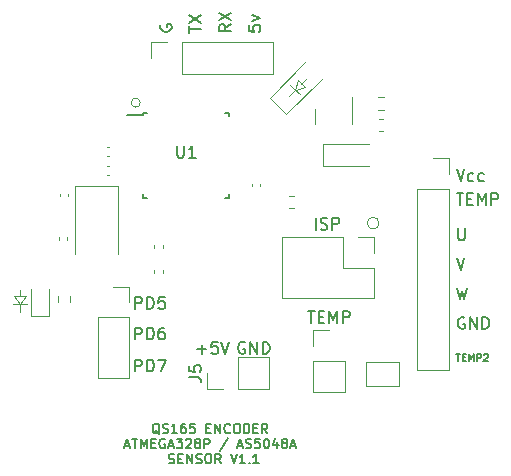
<source format=gbr>
%TF.GenerationSoftware,KiCad,Pcbnew,(6.0.7-1)-1*%
%TF.CreationDate,2022-12-23T14:46:04-05:00*%
%TF.ProjectId,atmega328,61746d65-6761-4333-9238-2e6b69636164,rev?*%
%TF.SameCoordinates,Original*%
%TF.FileFunction,Legend,Top*%
%TF.FilePolarity,Positive*%
%FSLAX46Y46*%
G04 Gerber Fmt 4.6, Leading zero omitted, Abs format (unit mm)*
G04 Created by KiCad (PCBNEW (6.0.7-1)-1) date 2022-12-23 14:46:04*
%MOMM*%
%LPD*%
G01*
G04 APERTURE LIST*
%ADD10C,0.120000*%
%ADD11C,0.150000*%
%ADD12C,0.200000*%
G04 APERTURE END LIST*
D10*
X128600000Y-107850000D02*
X129100000Y-107150000D01*
X152000000Y-89700000D02*
X152700000Y-89500000D01*
X151400000Y-90200000D02*
X151900000Y-89700000D01*
X128600000Y-107150000D02*
X128600000Y-106650000D01*
X152400000Y-89200000D02*
X152900000Y-88700000D01*
X128100000Y-107150000D02*
X128600000Y-107850000D01*
X159000000Y-101000000D02*
G75*
G03*
X159000000Y-101000000I-500000J0D01*
G01*
X151900000Y-89700000D02*
X152100000Y-88900000D01*
X128600000Y-106650000D02*
X128600000Y-107150000D01*
X152100000Y-88900000D02*
X152700000Y-89500000D01*
X151900000Y-89700000D02*
X151500000Y-89300000D01*
X128100000Y-107150000D02*
X129100000Y-107150000D01*
X128600000Y-108550000D02*
X128600000Y-107850000D01*
X152300000Y-90100000D02*
X151900000Y-89700000D01*
X129200000Y-107850000D02*
X128600000Y-107850000D01*
X138780000Y-90800000D02*
G75*
G03*
X138780000Y-90800000I-380000J0D01*
G01*
X128000000Y-107850000D02*
X129200000Y-107850000D01*
D11*
X142952380Y-84880951D02*
X142952380Y-84309523D01*
X143952380Y-84595237D02*
X142952380Y-84595237D01*
X142952380Y-84071427D02*
X143952380Y-83404761D01*
X142952380Y-83404761D02*
X143952380Y-84071427D01*
X165566667Y-98452380D02*
X166138095Y-98452380D01*
X165852381Y-99452380D02*
X165852381Y-98452380D01*
X166471429Y-98928571D02*
X166804762Y-98928571D01*
X166947619Y-99452380D02*
X166471429Y-99452380D01*
X166471429Y-98452380D01*
X166947619Y-98452380D01*
X167376191Y-99452380D02*
X167376191Y-98452380D01*
X167709524Y-99166666D01*
X168042857Y-98452380D01*
X168042857Y-99452380D01*
X168519048Y-99452380D02*
X168519048Y-98452380D01*
X168900000Y-98452380D01*
X168995238Y-98500000D01*
X169042857Y-98547619D01*
X169090476Y-98642857D01*
X169090476Y-98785714D01*
X169042857Y-98880952D01*
X168995238Y-98928571D01*
X168900000Y-98976190D01*
X168519048Y-98976190D01*
X153623809Y-101552380D02*
X153623809Y-100552380D01*
X154052380Y-101504761D02*
X154195238Y-101552380D01*
X154433333Y-101552380D01*
X154528571Y-101504761D01*
X154576190Y-101457142D01*
X154623809Y-101361904D01*
X154623809Y-101266666D01*
X154576190Y-101171428D01*
X154528571Y-101123809D01*
X154433333Y-101076190D01*
X154242857Y-101028571D01*
X154147619Y-100980952D01*
X154100000Y-100933333D01*
X154052380Y-100838095D01*
X154052380Y-100742857D01*
X154100000Y-100647619D01*
X154147619Y-100600000D01*
X154242857Y-100552380D01*
X154480952Y-100552380D01*
X154623809Y-100600000D01*
X155052380Y-101552380D02*
X155052380Y-100552380D01*
X155433333Y-100552380D01*
X155528571Y-100600000D01*
X155576190Y-100647619D01*
X155623809Y-100742857D01*
X155623809Y-100885714D01*
X155576190Y-100980952D01*
X155528571Y-101028571D01*
X155433333Y-101076190D01*
X155052380Y-101076190D01*
X165614285Y-106452380D02*
X165852380Y-107452380D01*
X166042857Y-106738095D01*
X166233333Y-107452380D01*
X166471428Y-106452380D01*
X152990476Y-108452380D02*
X153561904Y-108452380D01*
X153276190Y-109452380D02*
X153276190Y-108452380D01*
X153895238Y-108928571D02*
X154228571Y-108928571D01*
X154371428Y-109452380D02*
X153895238Y-109452380D01*
X153895238Y-108452380D01*
X154371428Y-108452380D01*
X154800000Y-109452380D02*
X154800000Y-108452380D01*
X155133333Y-109166666D01*
X155466666Y-108452380D01*
X155466666Y-109452380D01*
X155942857Y-109452380D02*
X155942857Y-108452380D01*
X156323809Y-108452380D01*
X156419047Y-108500000D01*
X156466666Y-108547619D01*
X156514285Y-108642857D01*
X156514285Y-108785714D01*
X156466666Y-108880952D01*
X156419047Y-108928571D01*
X156323809Y-108976190D01*
X155942857Y-108976190D01*
X165709523Y-101452380D02*
X165709523Y-102261904D01*
X165757142Y-102357142D01*
X165804761Y-102404761D01*
X165899999Y-102452380D01*
X166090476Y-102452380D01*
X166185714Y-102404761D01*
X166233333Y-102357142D01*
X166280952Y-102261904D01*
X166280952Y-101452380D01*
X165528571Y-112071428D02*
X165871428Y-112071428D01*
X165700000Y-112671428D02*
X165700000Y-112071428D01*
X166071428Y-112357142D02*
X166271428Y-112357142D01*
X166357142Y-112671428D02*
X166071428Y-112671428D01*
X166071428Y-112071428D01*
X166357142Y-112071428D01*
X166614285Y-112671428D02*
X166614285Y-112071428D01*
X166814285Y-112500000D01*
X167014285Y-112071428D01*
X167014285Y-112671428D01*
X167300000Y-112671428D02*
X167300000Y-112071428D01*
X167528571Y-112071428D01*
X167585714Y-112100000D01*
X167614285Y-112128571D01*
X167642857Y-112185714D01*
X167642857Y-112271428D01*
X167614285Y-112328571D01*
X167585714Y-112357142D01*
X167528571Y-112385714D01*
X167300000Y-112385714D01*
X167871428Y-112128571D02*
X167900000Y-112100000D01*
X167957142Y-112071428D01*
X168100000Y-112071428D01*
X168157142Y-112100000D01*
X168185714Y-112128571D01*
X168214285Y-112185714D01*
X168214285Y-112242857D01*
X168185714Y-112328571D01*
X167842857Y-112671428D01*
X168214285Y-112671428D01*
X147952380Y-84261904D02*
X147952380Y-84738094D01*
X148428571Y-84785713D01*
X148380952Y-84738094D01*
X148333333Y-84642856D01*
X148333333Y-84404761D01*
X148380952Y-84309523D01*
X148428571Y-84261904D01*
X148523809Y-84214285D01*
X148761904Y-84214285D01*
X148857142Y-84261904D01*
X148904761Y-84309523D01*
X148952380Y-84404761D01*
X148952380Y-84642856D01*
X148904761Y-84738094D01*
X148857142Y-84785713D01*
X148285714Y-83880951D02*
X148952380Y-83642856D01*
X148285714Y-83404761D01*
X138361904Y-113552380D02*
X138361904Y-112552380D01*
X138742857Y-112552380D01*
X138838095Y-112600000D01*
X138885714Y-112647619D01*
X138933333Y-112742857D01*
X138933333Y-112885714D01*
X138885714Y-112980952D01*
X138838095Y-113028571D01*
X138742857Y-113076190D01*
X138361904Y-113076190D01*
X139361904Y-113552380D02*
X139361904Y-112552380D01*
X139600000Y-112552380D01*
X139742857Y-112600000D01*
X139838095Y-112695238D01*
X139885714Y-112790476D01*
X139933333Y-112980952D01*
X139933333Y-113123809D01*
X139885714Y-113314285D01*
X139838095Y-113409523D01*
X139742857Y-113504761D01*
X139600000Y-113552380D01*
X139361904Y-113552380D01*
X140266666Y-112552380D02*
X140933333Y-112552380D01*
X140504761Y-113552380D01*
D12*
X140409523Y-118850095D02*
X140333333Y-118812000D01*
X140257142Y-118735809D01*
X140142857Y-118621523D01*
X140066666Y-118583428D01*
X139990476Y-118583428D01*
X140028571Y-118773904D02*
X139952380Y-118735809D01*
X139876190Y-118659619D01*
X139838095Y-118507238D01*
X139838095Y-118240571D01*
X139876190Y-118088190D01*
X139952380Y-118012000D01*
X140028571Y-117973904D01*
X140180952Y-117973904D01*
X140257142Y-118012000D01*
X140333333Y-118088190D01*
X140371428Y-118240571D01*
X140371428Y-118507238D01*
X140333333Y-118659619D01*
X140257142Y-118735809D01*
X140180952Y-118773904D01*
X140028571Y-118773904D01*
X140676190Y-118735809D02*
X140790476Y-118773904D01*
X140980952Y-118773904D01*
X141057142Y-118735809D01*
X141095238Y-118697714D01*
X141133333Y-118621523D01*
X141133333Y-118545333D01*
X141095238Y-118469142D01*
X141057142Y-118431047D01*
X140980952Y-118392952D01*
X140828571Y-118354857D01*
X140752380Y-118316761D01*
X140714285Y-118278666D01*
X140676190Y-118202476D01*
X140676190Y-118126285D01*
X140714285Y-118050095D01*
X140752380Y-118012000D01*
X140828571Y-117973904D01*
X141019047Y-117973904D01*
X141133333Y-118012000D01*
X141895238Y-118773904D02*
X141438095Y-118773904D01*
X141666666Y-118773904D02*
X141666666Y-117973904D01*
X141590476Y-118088190D01*
X141514285Y-118164380D01*
X141438095Y-118202476D01*
X142580952Y-117973904D02*
X142428571Y-117973904D01*
X142352380Y-118012000D01*
X142314285Y-118050095D01*
X142238095Y-118164380D01*
X142200000Y-118316761D01*
X142200000Y-118621523D01*
X142238095Y-118697714D01*
X142276190Y-118735809D01*
X142352380Y-118773904D01*
X142504761Y-118773904D01*
X142580952Y-118735809D01*
X142619047Y-118697714D01*
X142657142Y-118621523D01*
X142657142Y-118431047D01*
X142619047Y-118354857D01*
X142580952Y-118316761D01*
X142504761Y-118278666D01*
X142352380Y-118278666D01*
X142276190Y-118316761D01*
X142238095Y-118354857D01*
X142200000Y-118431047D01*
X143380952Y-117973904D02*
X143000000Y-117973904D01*
X142961904Y-118354857D01*
X143000000Y-118316761D01*
X143076190Y-118278666D01*
X143266666Y-118278666D01*
X143342857Y-118316761D01*
X143380952Y-118354857D01*
X143419047Y-118431047D01*
X143419047Y-118621523D01*
X143380952Y-118697714D01*
X143342857Y-118735809D01*
X143266666Y-118773904D01*
X143076190Y-118773904D01*
X143000000Y-118735809D01*
X142961904Y-118697714D01*
X144371428Y-118354857D02*
X144638095Y-118354857D01*
X144752380Y-118773904D02*
X144371428Y-118773904D01*
X144371428Y-117973904D01*
X144752380Y-117973904D01*
X145095238Y-118773904D02*
X145095238Y-117973904D01*
X145552380Y-118773904D01*
X145552380Y-117973904D01*
X146390476Y-118697714D02*
X146352380Y-118735809D01*
X146238095Y-118773904D01*
X146161904Y-118773904D01*
X146047619Y-118735809D01*
X145971428Y-118659619D01*
X145933333Y-118583428D01*
X145895238Y-118431047D01*
X145895238Y-118316761D01*
X145933333Y-118164380D01*
X145971428Y-118088190D01*
X146047619Y-118012000D01*
X146161904Y-117973904D01*
X146238095Y-117973904D01*
X146352380Y-118012000D01*
X146390476Y-118050095D01*
X146885714Y-117973904D02*
X147038095Y-117973904D01*
X147114285Y-118012000D01*
X147190476Y-118088190D01*
X147228571Y-118240571D01*
X147228571Y-118507238D01*
X147190476Y-118659619D01*
X147114285Y-118735809D01*
X147038095Y-118773904D01*
X146885714Y-118773904D01*
X146809523Y-118735809D01*
X146733333Y-118659619D01*
X146695238Y-118507238D01*
X146695238Y-118240571D01*
X146733333Y-118088190D01*
X146809523Y-118012000D01*
X146885714Y-117973904D01*
X147571428Y-118773904D02*
X147571428Y-117973904D01*
X147761904Y-117973904D01*
X147876190Y-118012000D01*
X147952380Y-118088190D01*
X147990476Y-118164380D01*
X148028571Y-118316761D01*
X148028571Y-118431047D01*
X147990476Y-118583428D01*
X147952380Y-118659619D01*
X147876190Y-118735809D01*
X147761904Y-118773904D01*
X147571428Y-118773904D01*
X148371428Y-118354857D02*
X148638095Y-118354857D01*
X148752380Y-118773904D02*
X148371428Y-118773904D01*
X148371428Y-117973904D01*
X148752380Y-117973904D01*
X149552380Y-118773904D02*
X149285714Y-118392952D01*
X149095238Y-118773904D02*
X149095238Y-117973904D01*
X149400000Y-117973904D01*
X149476190Y-118012000D01*
X149514285Y-118050095D01*
X149552380Y-118126285D01*
X149552380Y-118240571D01*
X149514285Y-118316761D01*
X149476190Y-118354857D01*
X149400000Y-118392952D01*
X149095238Y-118392952D01*
X137476190Y-119833333D02*
X137857142Y-119833333D01*
X137400000Y-120061904D02*
X137666666Y-119261904D01*
X137933333Y-120061904D01*
X138085714Y-119261904D02*
X138542857Y-119261904D01*
X138314285Y-120061904D02*
X138314285Y-119261904D01*
X138809523Y-120061904D02*
X138809523Y-119261904D01*
X139076190Y-119833333D01*
X139342857Y-119261904D01*
X139342857Y-120061904D01*
X139723809Y-119642857D02*
X139990476Y-119642857D01*
X140104761Y-120061904D02*
X139723809Y-120061904D01*
X139723809Y-119261904D01*
X140104761Y-119261904D01*
X140866666Y-119300000D02*
X140790476Y-119261904D01*
X140676190Y-119261904D01*
X140561904Y-119300000D01*
X140485714Y-119376190D01*
X140447619Y-119452380D01*
X140409523Y-119604761D01*
X140409523Y-119719047D01*
X140447619Y-119871428D01*
X140485714Y-119947619D01*
X140561904Y-120023809D01*
X140676190Y-120061904D01*
X140752380Y-120061904D01*
X140866666Y-120023809D01*
X140904761Y-119985714D01*
X140904761Y-119719047D01*
X140752380Y-119719047D01*
X141209523Y-119833333D02*
X141590476Y-119833333D01*
X141133333Y-120061904D02*
X141400000Y-119261904D01*
X141666666Y-120061904D01*
X141857142Y-119261904D02*
X142352380Y-119261904D01*
X142085714Y-119566666D01*
X142200000Y-119566666D01*
X142276190Y-119604761D01*
X142314285Y-119642857D01*
X142352380Y-119719047D01*
X142352380Y-119909523D01*
X142314285Y-119985714D01*
X142276190Y-120023809D01*
X142200000Y-120061904D01*
X141971428Y-120061904D01*
X141895238Y-120023809D01*
X141857142Y-119985714D01*
X142657142Y-119338095D02*
X142695238Y-119300000D01*
X142771428Y-119261904D01*
X142961904Y-119261904D01*
X143038095Y-119300000D01*
X143076190Y-119338095D01*
X143114285Y-119414285D01*
X143114285Y-119490476D01*
X143076190Y-119604761D01*
X142619047Y-120061904D01*
X143114285Y-120061904D01*
X143571428Y-119604761D02*
X143495238Y-119566666D01*
X143457142Y-119528571D01*
X143419047Y-119452380D01*
X143419047Y-119414285D01*
X143457142Y-119338095D01*
X143495238Y-119300000D01*
X143571428Y-119261904D01*
X143723809Y-119261904D01*
X143800000Y-119300000D01*
X143838095Y-119338095D01*
X143876190Y-119414285D01*
X143876190Y-119452380D01*
X143838095Y-119528571D01*
X143800000Y-119566666D01*
X143723809Y-119604761D01*
X143571428Y-119604761D01*
X143495238Y-119642857D01*
X143457142Y-119680952D01*
X143419047Y-119757142D01*
X143419047Y-119909523D01*
X143457142Y-119985714D01*
X143495238Y-120023809D01*
X143571428Y-120061904D01*
X143723809Y-120061904D01*
X143800000Y-120023809D01*
X143838095Y-119985714D01*
X143876190Y-119909523D01*
X143876190Y-119757142D01*
X143838095Y-119680952D01*
X143800000Y-119642857D01*
X143723809Y-119604761D01*
X144219047Y-120061904D02*
X144219047Y-119261904D01*
X144523809Y-119261904D01*
X144600000Y-119300000D01*
X144638095Y-119338095D01*
X144676190Y-119414285D01*
X144676190Y-119528571D01*
X144638095Y-119604761D01*
X144600000Y-119642857D01*
X144523809Y-119680952D01*
X144219047Y-119680952D01*
X146200000Y-119223809D02*
X145514285Y-120252380D01*
X147038095Y-119833333D02*
X147419047Y-119833333D01*
X146961904Y-120061904D02*
X147228571Y-119261904D01*
X147495238Y-120061904D01*
X147723809Y-120023809D02*
X147838095Y-120061904D01*
X148028571Y-120061904D01*
X148104761Y-120023809D01*
X148142857Y-119985714D01*
X148180952Y-119909523D01*
X148180952Y-119833333D01*
X148142857Y-119757142D01*
X148104761Y-119719047D01*
X148028571Y-119680952D01*
X147876190Y-119642857D01*
X147800000Y-119604761D01*
X147761904Y-119566666D01*
X147723809Y-119490476D01*
X147723809Y-119414285D01*
X147761904Y-119338095D01*
X147800000Y-119300000D01*
X147876190Y-119261904D01*
X148066666Y-119261904D01*
X148180952Y-119300000D01*
X148904761Y-119261904D02*
X148523809Y-119261904D01*
X148485714Y-119642857D01*
X148523809Y-119604761D01*
X148600000Y-119566666D01*
X148790476Y-119566666D01*
X148866666Y-119604761D01*
X148904761Y-119642857D01*
X148942857Y-119719047D01*
X148942857Y-119909523D01*
X148904761Y-119985714D01*
X148866666Y-120023809D01*
X148790476Y-120061904D01*
X148600000Y-120061904D01*
X148523809Y-120023809D01*
X148485714Y-119985714D01*
X149438095Y-119261904D02*
X149514285Y-119261904D01*
X149590476Y-119300000D01*
X149628571Y-119338095D01*
X149666666Y-119414285D01*
X149704761Y-119566666D01*
X149704761Y-119757142D01*
X149666666Y-119909523D01*
X149628571Y-119985714D01*
X149590476Y-120023809D01*
X149514285Y-120061904D01*
X149438095Y-120061904D01*
X149361904Y-120023809D01*
X149323809Y-119985714D01*
X149285714Y-119909523D01*
X149247619Y-119757142D01*
X149247619Y-119566666D01*
X149285714Y-119414285D01*
X149323809Y-119338095D01*
X149361904Y-119300000D01*
X149438095Y-119261904D01*
X150390476Y-119528571D02*
X150390476Y-120061904D01*
X150200000Y-119223809D02*
X150009523Y-119795238D01*
X150504761Y-119795238D01*
X150923809Y-119604761D02*
X150847619Y-119566666D01*
X150809523Y-119528571D01*
X150771428Y-119452380D01*
X150771428Y-119414285D01*
X150809523Y-119338095D01*
X150847619Y-119300000D01*
X150923809Y-119261904D01*
X151076190Y-119261904D01*
X151152380Y-119300000D01*
X151190476Y-119338095D01*
X151228571Y-119414285D01*
X151228571Y-119452380D01*
X151190476Y-119528571D01*
X151152380Y-119566666D01*
X151076190Y-119604761D01*
X150923809Y-119604761D01*
X150847619Y-119642857D01*
X150809523Y-119680952D01*
X150771428Y-119757142D01*
X150771428Y-119909523D01*
X150809523Y-119985714D01*
X150847619Y-120023809D01*
X150923809Y-120061904D01*
X151076190Y-120061904D01*
X151152380Y-120023809D01*
X151190476Y-119985714D01*
X151228571Y-119909523D01*
X151228571Y-119757142D01*
X151190476Y-119680952D01*
X151152380Y-119642857D01*
X151076190Y-119604761D01*
X151533333Y-119833333D02*
X151914285Y-119833333D01*
X151457142Y-120061904D02*
X151723809Y-119261904D01*
X151990476Y-120061904D01*
X141190476Y-121311809D02*
X141304761Y-121349904D01*
X141495238Y-121349904D01*
X141571428Y-121311809D01*
X141609523Y-121273714D01*
X141647619Y-121197523D01*
X141647619Y-121121333D01*
X141609523Y-121045142D01*
X141571428Y-121007047D01*
X141495238Y-120968952D01*
X141342857Y-120930857D01*
X141266666Y-120892761D01*
X141228571Y-120854666D01*
X141190476Y-120778476D01*
X141190476Y-120702285D01*
X141228571Y-120626095D01*
X141266666Y-120588000D01*
X141342857Y-120549904D01*
X141533333Y-120549904D01*
X141647619Y-120588000D01*
X141990476Y-120930857D02*
X142257142Y-120930857D01*
X142371428Y-121349904D02*
X141990476Y-121349904D01*
X141990476Y-120549904D01*
X142371428Y-120549904D01*
X142714285Y-121349904D02*
X142714285Y-120549904D01*
X143171428Y-121349904D01*
X143171428Y-120549904D01*
X143514285Y-121311809D02*
X143628571Y-121349904D01*
X143819047Y-121349904D01*
X143895238Y-121311809D01*
X143933333Y-121273714D01*
X143971428Y-121197523D01*
X143971428Y-121121333D01*
X143933333Y-121045142D01*
X143895238Y-121007047D01*
X143819047Y-120968952D01*
X143666666Y-120930857D01*
X143590476Y-120892761D01*
X143552380Y-120854666D01*
X143514285Y-120778476D01*
X143514285Y-120702285D01*
X143552380Y-120626095D01*
X143590476Y-120588000D01*
X143666666Y-120549904D01*
X143857142Y-120549904D01*
X143971428Y-120588000D01*
X144466666Y-120549904D02*
X144619047Y-120549904D01*
X144695238Y-120588000D01*
X144771428Y-120664190D01*
X144809523Y-120816571D01*
X144809523Y-121083238D01*
X144771428Y-121235619D01*
X144695238Y-121311809D01*
X144619047Y-121349904D01*
X144466666Y-121349904D01*
X144390476Y-121311809D01*
X144314285Y-121235619D01*
X144276190Y-121083238D01*
X144276190Y-120816571D01*
X144314285Y-120664190D01*
X144390476Y-120588000D01*
X144466666Y-120549904D01*
X145609523Y-121349904D02*
X145342857Y-120968952D01*
X145152380Y-121349904D02*
X145152380Y-120549904D01*
X145457142Y-120549904D01*
X145533333Y-120588000D01*
X145571428Y-120626095D01*
X145609523Y-120702285D01*
X145609523Y-120816571D01*
X145571428Y-120892761D01*
X145533333Y-120930857D01*
X145457142Y-120968952D01*
X145152380Y-120968952D01*
X146447619Y-120549904D02*
X146714285Y-121349904D01*
X146980952Y-120549904D01*
X147666666Y-121349904D02*
X147209523Y-121349904D01*
X147438095Y-121349904D02*
X147438095Y-120549904D01*
X147361904Y-120664190D01*
X147285714Y-120740380D01*
X147209523Y-120778476D01*
X148009523Y-121273714D02*
X148047619Y-121311809D01*
X148009523Y-121349904D01*
X147971428Y-121311809D01*
X148009523Y-121273714D01*
X148009523Y-121349904D01*
X148809523Y-121349904D02*
X148352380Y-121349904D01*
X148580952Y-121349904D02*
X148580952Y-120549904D01*
X148504761Y-120664190D01*
X148428571Y-120740380D01*
X148352380Y-120778476D01*
D11*
X166233333Y-109000000D02*
X166138095Y-108952380D01*
X165995238Y-108952380D01*
X165852380Y-109000000D01*
X165757142Y-109095238D01*
X165709523Y-109190476D01*
X165661904Y-109380952D01*
X165661904Y-109523809D01*
X165709523Y-109714285D01*
X165757142Y-109809523D01*
X165852380Y-109904761D01*
X165995238Y-109952380D01*
X166090476Y-109952380D01*
X166233333Y-109904761D01*
X166280952Y-109857142D01*
X166280952Y-109523809D01*
X166090476Y-109523809D01*
X166709523Y-109952380D02*
X166709523Y-108952380D01*
X167280952Y-109952380D01*
X167280952Y-108952380D01*
X167757142Y-109952380D02*
X167757142Y-108952380D01*
X167995238Y-108952380D01*
X168138095Y-109000000D01*
X168233333Y-109095238D01*
X168280952Y-109190476D01*
X168328571Y-109380952D01*
X168328571Y-109523809D01*
X168280952Y-109714285D01*
X168233333Y-109809523D01*
X168138095Y-109904761D01*
X167995238Y-109952380D01*
X167757142Y-109952380D01*
X165566666Y-103952380D02*
X165900000Y-104952380D01*
X166233333Y-103952380D01*
X138361904Y-108252380D02*
X138361904Y-107252380D01*
X138742857Y-107252380D01*
X138838095Y-107300000D01*
X138885714Y-107347619D01*
X138933333Y-107442857D01*
X138933333Y-107585714D01*
X138885714Y-107680952D01*
X138838095Y-107728571D01*
X138742857Y-107776190D01*
X138361904Y-107776190D01*
X139361904Y-108252380D02*
X139361904Y-107252380D01*
X139600000Y-107252380D01*
X139742857Y-107300000D01*
X139838095Y-107395238D01*
X139885714Y-107490476D01*
X139933333Y-107680952D01*
X139933333Y-107823809D01*
X139885714Y-108014285D01*
X139838095Y-108109523D01*
X139742857Y-108204761D01*
X139600000Y-108252380D01*
X139361904Y-108252380D01*
X140838095Y-107252380D02*
X140361904Y-107252380D01*
X140314285Y-107728571D01*
X140361904Y-107680952D01*
X140457142Y-107633333D01*
X140695238Y-107633333D01*
X140790476Y-107680952D01*
X140838095Y-107728571D01*
X140885714Y-107823809D01*
X140885714Y-108061904D01*
X140838095Y-108157142D01*
X140790476Y-108204761D01*
X140695238Y-108252380D01*
X140457142Y-108252380D01*
X140361904Y-108204761D01*
X140314285Y-108157142D01*
X165566666Y-96452380D02*
X165900000Y-97452380D01*
X166233333Y-96452380D01*
X166995238Y-97404761D02*
X166900000Y-97452380D01*
X166709523Y-97452380D01*
X166614285Y-97404761D01*
X166566666Y-97357142D01*
X166519047Y-97261904D01*
X166519047Y-96976190D01*
X166566666Y-96880952D01*
X166614285Y-96833333D01*
X166709523Y-96785714D01*
X166900000Y-96785714D01*
X166995238Y-96833333D01*
X167852381Y-97404761D02*
X167757143Y-97452380D01*
X167566666Y-97452380D01*
X167471428Y-97404761D01*
X167423809Y-97357142D01*
X167376190Y-97261904D01*
X167376190Y-96976190D01*
X167423809Y-96880952D01*
X167471428Y-96833333D01*
X167566666Y-96785714D01*
X167757143Y-96785714D01*
X167852381Y-96833333D01*
X140500000Y-84214285D02*
X140452380Y-84309523D01*
X140452380Y-84452380D01*
X140500000Y-84595237D01*
X140595238Y-84690475D01*
X140690476Y-84738094D01*
X140880952Y-84785713D01*
X141023809Y-84785713D01*
X141214285Y-84738094D01*
X141309523Y-84690475D01*
X141404761Y-84595237D01*
X141452380Y-84452380D01*
X141452380Y-84357142D01*
X141404761Y-84214285D01*
X141357142Y-84166666D01*
X141023809Y-84166666D01*
X141023809Y-84357142D01*
X143614285Y-111671428D02*
X144376190Y-111671428D01*
X143995238Y-112052380D02*
X143995238Y-111290476D01*
X145328571Y-111052380D02*
X144852380Y-111052380D01*
X144804761Y-111528571D01*
X144852380Y-111480952D01*
X144947619Y-111433333D01*
X145185714Y-111433333D01*
X145280952Y-111480952D01*
X145328571Y-111528571D01*
X145376190Y-111623809D01*
X145376190Y-111861904D01*
X145328571Y-111957142D01*
X145280952Y-112004761D01*
X145185714Y-112052380D01*
X144947619Y-112052380D01*
X144852380Y-112004761D01*
X144804761Y-111957142D01*
X145661904Y-111052380D02*
X145995238Y-112052380D01*
X146328571Y-111052380D01*
X147638095Y-111100000D02*
X147542857Y-111052380D01*
X147400000Y-111052380D01*
X147257142Y-111100000D01*
X147161904Y-111195238D01*
X147114285Y-111290476D01*
X147066666Y-111480952D01*
X147066666Y-111623809D01*
X147114285Y-111814285D01*
X147161904Y-111909523D01*
X147257142Y-112004761D01*
X147400000Y-112052380D01*
X147495238Y-112052380D01*
X147638095Y-112004761D01*
X147685714Y-111957142D01*
X147685714Y-111623809D01*
X147495238Y-111623809D01*
X148114285Y-112052380D02*
X148114285Y-111052380D01*
X148685714Y-112052380D01*
X148685714Y-111052380D01*
X149161904Y-112052380D02*
X149161904Y-111052380D01*
X149400000Y-111052380D01*
X149542857Y-111100000D01*
X149638095Y-111195238D01*
X149685714Y-111290476D01*
X149733333Y-111480952D01*
X149733333Y-111623809D01*
X149685714Y-111814285D01*
X149638095Y-111909523D01*
X149542857Y-112004761D01*
X149400000Y-112052380D01*
X149161904Y-112052380D01*
X138361904Y-110847380D02*
X138361904Y-109847380D01*
X138742857Y-109847380D01*
X138838095Y-109895000D01*
X138885714Y-109942619D01*
X138933333Y-110037857D01*
X138933333Y-110180714D01*
X138885714Y-110275952D01*
X138838095Y-110323571D01*
X138742857Y-110371190D01*
X138361904Y-110371190D01*
X139361904Y-110847380D02*
X139361904Y-109847380D01*
X139600000Y-109847380D01*
X139742857Y-109895000D01*
X139838095Y-109990238D01*
X139885714Y-110085476D01*
X139933333Y-110275952D01*
X139933333Y-110418809D01*
X139885714Y-110609285D01*
X139838095Y-110704523D01*
X139742857Y-110799761D01*
X139600000Y-110847380D01*
X139361904Y-110847380D01*
X140790476Y-109847380D02*
X140600000Y-109847380D01*
X140504761Y-109895000D01*
X140457142Y-109942619D01*
X140361904Y-110085476D01*
X140314285Y-110275952D01*
X140314285Y-110656904D01*
X140361904Y-110752142D01*
X140409523Y-110799761D01*
X140504761Y-110847380D01*
X140695238Y-110847380D01*
X140790476Y-110799761D01*
X140838095Y-110752142D01*
X140885714Y-110656904D01*
X140885714Y-110418809D01*
X140838095Y-110323571D01*
X140790476Y-110275952D01*
X140695238Y-110228333D01*
X140504761Y-110228333D01*
X140409523Y-110275952D01*
X140361904Y-110323571D01*
X140314285Y-110418809D01*
X146452380Y-84166666D02*
X145976190Y-84500000D01*
X146452380Y-84738095D02*
X145452380Y-84738095D01*
X145452380Y-84357142D01*
X145500000Y-84261904D01*
X145547619Y-84214285D01*
X145642857Y-84166666D01*
X145785714Y-84166666D01*
X145880952Y-84214285D01*
X145928571Y-84261904D01*
X145976190Y-84357142D01*
X145976190Y-84738095D01*
X145452380Y-83833333D02*
X146452380Y-83166666D01*
X145452380Y-83166666D02*
X146452380Y-83833333D01*
%TO.C,U1*%
X141908095Y-94452380D02*
X141908095Y-95261904D01*
X141955714Y-95357142D01*
X142003333Y-95404761D01*
X142098571Y-95452380D01*
X142289047Y-95452380D01*
X142384285Y-95404761D01*
X142431904Y-95357142D01*
X142479523Y-95261904D01*
X142479523Y-94452380D01*
X143479523Y-95452380D02*
X142908095Y-95452380D01*
X143193809Y-95452380D02*
X143193809Y-94452380D01*
X143098571Y-94595238D01*
X143003333Y-94690476D01*
X142908095Y-94738095D01*
%TO.C,J5*%
X142922380Y-114033333D02*
X143636666Y-114033333D01*
X143779523Y-114080952D01*
X143874761Y-114176190D01*
X143922380Y-114319047D01*
X143922380Y-114414285D01*
X142922380Y-113080952D02*
X142922380Y-113557142D01*
X143398571Y-113604761D01*
X143350952Y-113557142D01*
X143303333Y-113461904D01*
X143303333Y-113223809D01*
X143350952Y-113128571D01*
X143398571Y-113080952D01*
X143493809Y-113033333D01*
X143731904Y-113033333D01*
X143827142Y-113080952D01*
X143874761Y-113128571D01*
X143922380Y-113223809D01*
X143922380Y-113461904D01*
X143874761Y-113557142D01*
X143827142Y-113604761D01*
D10*
%TO.C,C2*%
X158160000Y-94335000D02*
X154250000Y-94335000D01*
X154250000Y-96205000D02*
X158160000Y-96205000D01*
X154250000Y-94335000D02*
X154250000Y-96205000D01*
%TO.C,C1*%
X159029420Y-93170000D02*
X159310580Y-93170000D01*
X159029420Y-92150000D02*
X159310580Y-92150000D01*
%TO.C,C6*%
X132670000Y-98727836D02*
X132670000Y-98512164D01*
X131950000Y-98727836D02*
X131950000Y-98512164D01*
%TO.C,C8*%
X139980000Y-104982164D02*
X139980000Y-105197836D01*
X140700000Y-104982164D02*
X140700000Y-105197836D01*
%TO.C,C3*%
X136147836Y-94570000D02*
X135932164Y-94570000D01*
X136147836Y-95290000D02*
X135932164Y-95290000D01*
%TO.C,R1*%
X158947742Y-91382500D02*
X159422258Y-91382500D01*
X158947742Y-90337500D02*
X159422258Y-90337500D01*
%TO.C,ISP1*%
X158534600Y-104759520D02*
X155934600Y-104759520D01*
X158534600Y-103489520D02*
X158534600Y-102159520D01*
X158534600Y-107359520D02*
X158534600Y-104759520D01*
X150794600Y-107359520D02*
X150794600Y-102159520D01*
X158534600Y-102159520D02*
X157204600Y-102159520D01*
X158534600Y-107359520D02*
X150794600Y-107359520D01*
X155934600Y-104759520D02*
X155934600Y-102159520D01*
X155934600Y-102159520D02*
X150794600Y-102159520D01*
%TO.C,C4*%
X136167836Y-96890000D02*
X135952164Y-96890000D01*
X136167836Y-96170000D02*
X135952164Y-96170000D01*
%TO.C,R3*%
X132842500Y-107182742D02*
X132842500Y-107657258D01*
X131797500Y-107182742D02*
X131797500Y-107657258D01*
%TO.C,C5*%
X148230000Y-97682164D02*
X148230000Y-97897836D01*
X148950000Y-97682164D02*
X148950000Y-97897836D01*
%TO.C,JP1*%
X160680000Y-114790000D02*
X157880000Y-114790000D01*
X160680000Y-112790000D02*
X160680000Y-114790000D01*
X157880000Y-112790000D02*
X160680000Y-112790000D01*
X157880000Y-114790000D02*
X157880000Y-112790000D01*
D11*
%TO.C,U1*%
X139045000Y-91635000D02*
X139045000Y-91860000D01*
X146295000Y-98885000D02*
X146295000Y-98560000D01*
X139045000Y-91635000D02*
X139370000Y-91635000D01*
X146295000Y-98885000D02*
X145970000Y-98885000D01*
X146295000Y-91635000D02*
X146295000Y-91960000D01*
X139045000Y-91860000D02*
X137620000Y-91860000D01*
X139045000Y-98885000D02*
X139370000Y-98885000D01*
X139045000Y-98885000D02*
X139045000Y-98560000D01*
X146295000Y-91635000D02*
X145970000Y-91635000D01*
D10*
%TO.C,J3*%
X153420000Y-110060000D02*
X154750000Y-110060000D01*
X153420000Y-111390000D02*
X153420000Y-110060000D01*
X156080000Y-112660000D02*
X156080000Y-115260000D01*
X153420000Y-115260000D02*
X156080000Y-115260000D01*
X153420000Y-112660000D02*
X153420000Y-115260000D01*
X153420000Y-112660000D02*
X156080000Y-112660000D01*
%TO.C,J5*%
X149670000Y-115030000D02*
X149670000Y-112370000D01*
X145800000Y-115030000D02*
X144470000Y-115030000D01*
X147070000Y-115030000D02*
X149670000Y-115030000D01*
X147070000Y-112370000D02*
X149670000Y-112370000D01*
X147070000Y-115030000D02*
X147070000Y-112370000D01*
X144470000Y-115030000D02*
X144470000Y-113700000D01*
%TO.C,Y1*%
X133260000Y-97840000D02*
X133260000Y-103590000D01*
X136860000Y-103590000D02*
X136860000Y-97840000D01*
X136860000Y-97840000D02*
X133260000Y-97840000D01*
%TO.C,C7*%
X131900000Y-102427836D02*
X131900000Y-102212164D01*
X132620000Y-102427836D02*
X132620000Y-102212164D01*
%TO.C,J2*%
X142310000Y-88335000D02*
X149990000Y-88335000D01*
X139710000Y-87005000D02*
X139710000Y-85675000D01*
X142310000Y-85675000D02*
X149990000Y-85675000D01*
X142310000Y-88335000D02*
X142310000Y-85675000D01*
X149990000Y-88335000D02*
X149990000Y-85675000D01*
X139710000Y-85675000D02*
X141040000Y-85675000D01*
%TO.C,D2*%
X131035000Y-108865000D02*
X131035000Y-106580000D01*
X129565000Y-108865000D02*
X131035000Y-108865000D01*
X129565000Y-106580000D02*
X129565000Y-108865000D01*
%TO.C,J4*%
X137830000Y-106370000D02*
X137830000Y-107700000D01*
X136500000Y-106370000D02*
X137830000Y-106370000D01*
X135170000Y-114110000D02*
X137830000Y-114110000D01*
X137830000Y-108970000D02*
X137830000Y-114110000D01*
X135170000Y-108970000D02*
X135170000Y-114110000D01*
X135170000Y-108970000D02*
X137830000Y-108970000D01*
%TO.C,D1*%
X151143984Y-91800229D02*
X154184544Y-88759670D01*
X152770330Y-87345456D02*
X149729771Y-90386016D01*
X149729771Y-90386016D02*
X151143984Y-91800229D01*
%TO.C,Q1*%
X153592500Y-91960000D02*
X153592500Y-92610000D01*
X156712500Y-91960000D02*
X156712500Y-90285000D01*
X153592500Y-91960000D02*
X153592500Y-91310000D01*
X156712500Y-91960000D02*
X156712500Y-92610000D01*
%TO.C,J1*%
X162225000Y-98105000D02*
X162225000Y-113405000D01*
X162225000Y-113405000D02*
X164885000Y-113405000D01*
X162225000Y-98105000D02*
X164885000Y-98105000D01*
X164885000Y-98105000D02*
X164885000Y-113405000D01*
X163555000Y-95505000D02*
X164885000Y-95505000D01*
X164885000Y-95505000D02*
X164885000Y-96835000D01*
%TO.C,R2*%
X151337742Y-98667500D02*
X151812258Y-98667500D01*
X151337742Y-99712500D02*
X151812258Y-99712500D01*
%TO.C,C9*%
X139980000Y-103107836D02*
X139980000Y-102892164D01*
X140700000Y-103107836D02*
X140700000Y-102892164D01*
%TD*%
M02*

</source>
